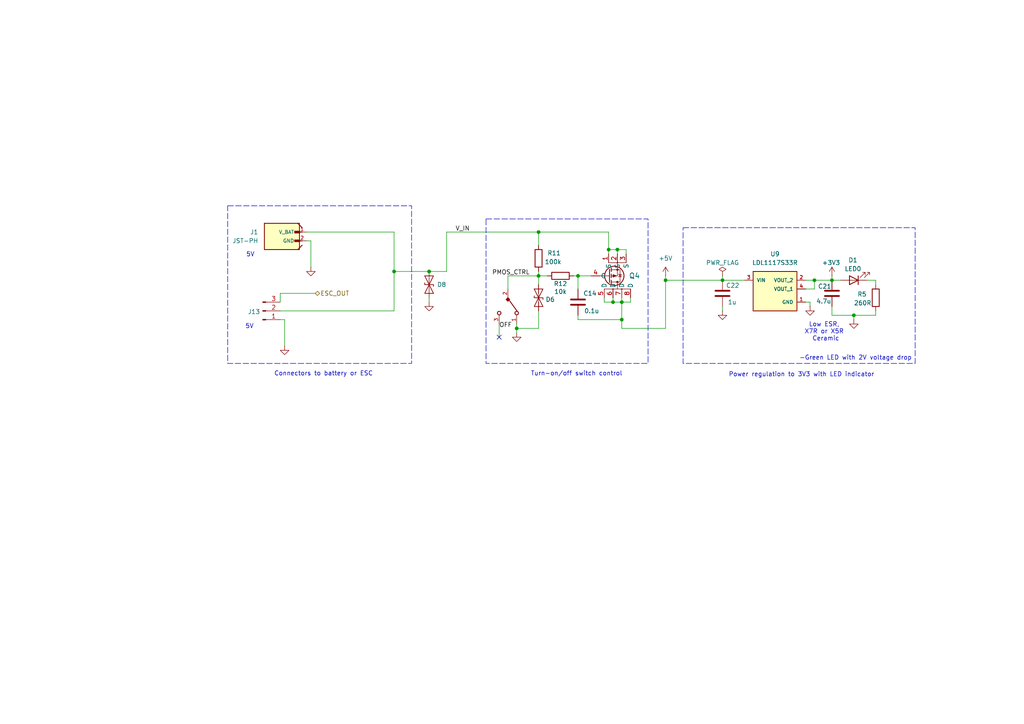
<source format=kicad_sch>
(kicad_sch (version 20250114) (generator "eeschema") (generator_version "9.0")
  (paper "A4")
  (lib_symbols
    (symbol "Connector:Conn_01x03_Pin" (pin_names (offset 1.016) (hide yes))
      (property "Reference" "J" (at 0 5.08 0))
      (property "Value" "Conn_01x03_Pin" (at 0 -5.08 0))
      (symbol "Conn_01x03_Pin_1_1"
        (rectangle (start 0.8636 2.667) (end 0 2.413) (stroke (width 0.1524)) (fill (type outline)))
        (rectangle (start 0.8636 0.127) (end 0 -0.127) (stroke (width 0.1524)) (fill (type outline)))
        (rectangle (start 0.8636 -2.413) (end 0 -2.667) (stroke (width 0.1524)) (fill (type outline)))
        (polyline (pts (xy 1.27 2.54) (xy 0.8636 2.54)) (stroke (width 0.1524)))
        (polyline (pts (xy 1.27 0) (xy 0.8636 0)) (stroke (width 0.1524)))
        (polyline (pts (xy 1.27 -2.54) (xy 0.8636 -2.54)) (stroke (width 0.1524)))
        (pin passive line (at 5.08 2.54 180) (length 3.81) (name "Pin_1") (number "1"))
        (pin passive line (at 5.08 0 180) (length 3.81) (name "Pin_2") (number "2"))
        (pin passive line (at 5.08 -2.54 180) (length 3.81) (name "Pin_3") (number "3"))
      )
    )
    (symbol "DMP3010LPSQ-13_1" (pin_names (offset 0.254))
      (property "Reference" "Q" (at 19.558 24.384 0))
      (property "Value" "DMP3010LPSQ-13" (at 19.558 21.844 0))
      (symbol "DMP3010LPSQ-13_1_0_1"
        (polyline (pts (xy 17.78 7.62) (xy 25.4 7.62)))
        (polyline (pts (xy 19.05 0) (xy 24.13 0)))
        (polyline (pts (xy 19.304 5.715) (xy 19.304 1.905)) (stroke (width 0.254)))
        (polyline (pts (xy 19.304 3.81) (xy 16.51 3.81)))
        (polyline (pts (xy 19.812 6.096) (xy 19.812 5.08)) (stroke (width 0.254)))
        (polyline (pts (xy 19.812 5.588) (xy 22.352 5.588) (xy 22.352 2.032) (xy 19.812 2.032)))
        (polyline (pts (xy 19.812 4.318) (xy 19.812 3.302)) (stroke (width 0.254)))
        (polyline (pts (xy 19.812 2.54) (xy 19.812 1.524)) (stroke (width 0.254)))
        (circle (center 20.701 3.81) (radius 2.794) (stroke (width 0.254)))
        (polyline (pts (xy 21.336 3.81) (xy 20.32 4.191) (xy 20.32 3.429) (xy 21.336 3.81)) (fill (type outline)))
        (polyline (pts (xy 21.59 6.604) (xy 21.59 7.62)))
        (polyline (pts (xy 21.59 6.35) (xy 21.59 5.588)))
        (circle (center 21.59 5.588) (radius 0.254) (fill (type outline)))
        (circle (center 21.59 2.032) (radius 0.254) (fill (type outline)))
        (polyline (pts (xy 21.59 1.27) (xy 21.59 3.81) (xy 19.812 3.81)))
        (polyline (pts (xy 21.59 0) (xy 21.59 1.016)))
        (polyline (pts (xy 21.844 3.302) (xy 21.971 3.429) (xy 22.733 3.429) (xy 22.86 3.556)))
        (polyline (pts (xy 22.352 3.429) (xy 21.971 4.064) (xy 22.733 4.064) (xy 22.352 3.429)))
      )
      (symbol "DMP3010LPSQ-13_1_1_1"
        (circle (center 20.32 7.62) (radius 0.127) (fill (type outline)))
        (circle (center 21.59 0) (radius 0.127) (fill (type outline)))
        (circle (center 22.86 7.62) (radius 0.127) (fill (type outline)))
        (pin input line (at 13.97 3.81 0) (length 2.54) (name "G") (number "4"))
        (pin passive line (at 17.78 10.16 270) (length 2.54) (name "D") (number "5"))
        (pin passive line (at 19.05 -2.54 90) (length 2.54) (name "S") (number "1"))
        (pin passive line (at 20.32 10.16 270) (length 2.54) (name "D") (number "6"))
        (pin passive line (at 21.59 -2.54 90) (length 2.54) (name "S") (number "2"))
        (pin passive line (at 22.86 10.16 270) (length 2.54) (name "D") (number "7"))
        (pin passive line (at 24.13 -2.54 90) (length 2.54) (name "S") (number "3"))
        (pin passive line (at 25.4 10.16 270) (length 2.54) (name "D") (number "8"))
      )
    )
    (symbol "Device:C" (pin_numbers (hide yes)) (pin_names (offset 0.254))
      (property "Reference" "C" (at 0.635 2.54 0))
      (property "Value" "C" (at 0.635 -2.54 0))
      (symbol "C_0_1"
        (polyline (pts (xy -2.032 0.762) (xy 2.032 0.762)) (stroke (width 0.508)))
        (polyline (pts (xy -2.032 -0.762) (xy 2.032 -0.762)) (stroke (width 0.508)))
      )
      (symbol "C_1_1"
        (pin passive line (at 0 3.81 270) (length 2.794) (name "~") (number "1"))
        (pin passive line (at 0 -3.81 90) (length 2.794) (name "~") (number "2"))
      )
    )
    (symbol "Device:LED" (pin_numbers (hide yes)) (pin_names (offset 1.016) (hide yes))
      (property "Reference" "D" (at 0 2.54 0))
      (property "Value" "LED" (at 0 -2.54 0))
      (symbol "LED_0_1"
        (polyline (pts (xy -3.048 -0.762) (xy -4.572 -2.286) (xy -3.81 -2.286) (xy -4.572 -2.286) (xy -4.572 -1.524)))
        (polyline (pts (xy -1.778 -0.762) (xy -3.302 -2.286) (xy -2.54 -2.286) (xy -3.302 -2.286) (xy -3.302 -1.524)))
        (polyline (pts (xy -1.27 0) (xy 1.27 0)))
        (polyline (pts (xy -1.27 -1.27) (xy -1.27 1.27)) (stroke (width 0.254)))
        (polyline (pts (xy 1.27 -1.27) (xy 1.27 1.27) (xy -1.27 0) (xy 1.27 -1.27)) (stroke (width 0.254)))
      )
      (symbol "LED_1_1"
        (pin passive line (at -3.81 0 0) (length 2.54) (name "K") (number "1"))
        (pin passive line (at 3.81 0 180) (length 2.54) (name "A") (number "2"))
      )
    )
    (symbol "Device:R" (pin_numbers (hide yes)) (pin_names (offset 0))
      (property "Reference" "R" (at 2.032 0 90))
      (property "Value" "R" (at 0 0 90))
      (symbol "R_0_1"
        (rectangle (start -1.016 -2.54) (end 1.016 2.54) (stroke (width 0.254)))
      )
      (symbol "R_1_1"
        (pin passive line (at 0 3.81 270) (length 1.27) (name "~") (number "1"))
        (pin passive line (at 0 -3.81 90) (length 1.27) (name "~") (number "2"))
      )
    )
    (symbol "Diode:SMAJ5.0CA" (pin_numbers (hide yes)) (pin_names (offset 1.016) (hide yes))
      (property "Reference" "D" (at 0 2.54 0))
      (property "Value" "SMAJ5.0CA" (at 0 -2.54 0))
      (symbol "SMAJ5.0CA_0_1"
        (polyline (pts (xy -2.54 -1.27) (xy 0 0) (xy -2.54 1.27) (xy -2.54 -1.27)) (stroke (width 0.2032)))
        (polyline (pts (xy 0.508 1.27) (xy 0 1.27) (xy 0 -1.27) (xy -0.508 -1.27)) (stroke (width 0.2032)))
        (polyline (pts (xy 1.27 0) (xy -1.27 0)))
        (polyline (pts (xy 2.54 1.27) (xy 2.54 -1.27) (xy 0 0) (xy 2.54 1.27)) (stroke (width 0.2032)))
      )
      (symbol "SMAJ5.0CA_1_1"
        (pin passive line (at -3.81 0 0) (length 2.54) (name "A1") (number "1"))
        (pin passive line (at 3.81 0 180) (length 2.54) (name "A2") (number "2"))
      )
    )
    (symbol "LDL1117S33R_1" (pin_names (offset 1.016))
      (property "Reference" "U" (at 2.794 5.842 0))
      (property "Value" "LDL1117S33R" (at -3.048 -8.89 0))
      (symbol "LDL1117S33R_1_0_0"
        (rectangle (start -2.54 5.08) (end 10.16 -6.35) (stroke (width 0.254)) (fill (type background)))
        (pin power_in line (at 12.7 -3.81 180) (length 2.54) (name "GND") (number "1"))
      )
      (symbol "LDL1117S33R_1_1_0"
        (pin power_in line (at -5.08 2.54 0) (length 2.54) (name "VIN") (number "3"))
        (pin passive line (at 12.7 2.54 180) (length 2.54) (name "VOUT_2") (number "2"))
        (pin power_out line (at 12.7 0 180) (length 2.54) (name "VOUT_1") (number "4"))
      )
    )
    (symbol "gambos-symbols:JST-PH" (pin_names (offset 1.016))
      (property "Reference" "J" (at -5.58 5.08 0))
      (property "Value" "JST-PH" (at -5.08 -5.08 0))
      (symbol "JST-PH_0_0"
        (polyline (pts (xy -5.08 3.81) (xy -3.81 5.08)) (stroke (width 0.254)))
        (polyline (pts (xy -5.08 2.54) (xy -3.175 2.54)) (stroke (width 0.254)))
        (polyline (pts (xy -5.08 0) (xy -3.175 0)) (stroke (width 0.254)))
        (polyline (pts (xy -5.08 -1.27) (xy -3.81 -2.54)) (stroke (width 0.254)))
        (rectangle (start -4.445 2.2225) (end -2.8575 2.8575) (stroke (width 0.1)) (fill (type outline)))
        (rectangle (start -4.445 -0.3175) (end -2.8575 0.3175) (stroke (width 0.1)) (fill (type outline)))
        (rectangle (start -4.2863 -2.54) (end 5.8738 5.08) (stroke (width 0.254)) (fill (type background)))
        (pin passive line (at -6.35 2.54 0) (length 2.54) (name "V_BAT") (number "1"))
        (pin passive line (at -6.35 0 0) (length 2.54) (name "GND") (number "2"))
      )
    )
    (symbol "gambos-symbols:Slide_switch" (pin_names (offset 1.016))
      (property "Reference" "Slide_SW" (at 0.508 5.334 0))
      (property "Value" "450404015514" (at -12.7 -4.826 0))
      (symbol "Slide_switch_0_0"
        (polyline (pts (xy -2.032 -0.508) (xy -2.54 0) (xy -2.032 0.508) (xy -1.524 0) (xy -2.032 -0.508)) (stroke (width 0.254)) (fill (type outline)))
        (polyline (pts (xy -1.646 0.5) (xy 1.4 2.7)) (stroke (width 0.254)))
        (circle (center 1.905 2.54) (radius 0.508) (stroke (width 0.254)))
        (circle (center 1.905 -2.54) (radius 0.508) (stroke (width 0.254)))
        (pin passive line (at -5.08 0 0) (length 2.54) (name "~") (number "2"))
        (pin passive line (at 5.08 2.54 180) (length 2.54) (name "~") (number "1"))
        (pin passive line (at 5.08 -2.54 180) (length 2.54) (name "~") (number "3"))
      )
    )
    (symbol "power:+3V3" (power) (pin_numbers (hide yes)) (pin_names (offset 0) (hide yes))
      (property "Value" "+3V3" (at 0 3.556 0))
      (symbol "+3V3_0_1"
        (polyline (pts (xy -0.762 1.27) (xy 0 2.54)))
        (polyline (pts (xy 0 2.54) (xy 0.762 1.27)))
        (polyline (pts (xy 0 0) (xy 0 2.54)))
      )
      (symbol "+3V3_1_1"
        (pin power_in line (at 0 0 90) (length 0) (name "~") (number "1"))
      )
    )
    (symbol "power:+5V" (power) (pin_numbers (hide yes)) (pin_names (offset 0) (hide yes))
      (property "Value" "+5V" (at 0 3.556 0))
      (symbol "+5V_0_1"
        (polyline (pts (xy -0.762 1.27) (xy 0 2.54)))
        (polyline (pts (xy 0 2.54) (xy 0.762 1.27)))
        (polyline (pts (xy 0 0) (xy 0 2.54)))
      )
      (symbol "+5V_1_1"
        (pin power_in line (at 0 0 90) (length 0) (name "~") (number "1"))
      )
    )
    (symbol "power:GND" (power) (pin_numbers (hide yes)) (pin_names (offset 0) (hide yes))
      (property "Value" "GND" (at 0 -3.81 0))
      (symbol "GND_0_1"
        (polyline (pts (xy 0 0) (xy 0 -1.27) (xy 1.27 -1.27) (xy 0 -2.54) (xy -1.27 -1.27) (xy 0 -1.27)))
      )
      (symbol "GND_1_1"
        (pin power_in line (at 0 0 270) (length 0) (name "~") (number "1"))
      )
    )
    (symbol "power:PWR_FLAG" (power) (pin_numbers (hide yes)) (pin_names (offset 0) (hide yes))
      (property "Value" "PWR_FLAG" (at 0 3.81 0))
      (symbol "PWR_FLAG_0_0"
        (pin power_out line (at 0 0 90) (length 0) (name "~") (number "1"))
      )
      (symbol "PWR_FLAG_0_1"
        (polyline (pts (xy 0 0) (xy 0 1.27) (xy -1.016 1.905) (xy 0 2.54) (xy 1.016 1.905) (xy 0 1.27)))
      )
    )
  )
  (rectangle (start 198.12 66.04) (end 265.43 105.41) (stroke (width 0) (type dash)))
  (rectangle (start 140.97 63.5) (end 187.96 105.41) (stroke (width 0) (type dash)))
  (rectangle (start 66.04 59.69) (end 119.38 105.41) (stroke (width 0) (type dash)))
  (text "5V" (at 71.374 73.914 0) (effects (font (size 1.27 1.27)) (justify left)))
  (text "Low ESR, \nX7R or X5R \nCeramic\n" (at 239.522 96.266 0) (effects (font (size 1.27 1.27))))
  (text "Connectors to battery or ESC" (at 79.502 108.458 0) (effects (font (size 1.27 1.27)) (justify left)))
  (text "Power regulation to 3V3 with LED indicator" (at 211.328 108.712 0) (effects (font (size 1.27 1.27)) (justify left)))
  (text "5V" (at 71.12 94.742 0) (effects (font (size 1.27 1.27)) (justify left)))
  (text "Turn-on/off switch control" (at 153.924 108.458 0) (effects (font (size 1.27 1.27)) (justify left)))
  (text "-Green LED with 2V voltage drop" (at 248.158 103.886 0) (effects (font (size 1.27 1.27))))
  (junction (at 176.53 72.39))
  (junction (at 156.21 67.31))
  (junction (at 236.22 81.28))
  (junction (at 124.46 78.74))
  (junction (at 209.55 81.28))
  (junction (at 180.34 92.71))
  (junction (at 247.65 91.44))
  (junction (at 149.86 95.25))
  (junction (at 114.3 78.74))
  (junction (at 167.64 80.01))
  (junction (at 177.8 87.63))
  (junction (at 241.3 81.28))
  (junction (at 193.04 81.28))
  (junction (at 179.07 72.39))
  (junction (at 180.34 87.63))
  (junction (at 156.21 80.01))
  (no_connect (at 144.78 97.79))
  (wire (pts (xy 156.21 90.17) (xy 156.21 95.25)))
  (wire (pts (xy 180.34 95.25) (xy 193.04 95.25)))
  (wire (pts (xy 156.21 78.74) (xy 156.21 80.01)))
  (wire (pts (xy 167.64 80.01) (xy 171.45 80.01)))
  (wire (pts (xy 82.55 92.71) (xy 82.55 100.33)))
  (wire (pts (xy 247.65 91.44) (xy 254 91.44)))
  (wire (pts (xy 114.3 78.74) (xy 124.46 78.74)))
  (wire (pts (xy 81.28 90.17) (xy 114.3 90.17)))
  (wire (pts (xy 90.17 69.85) (xy 90.17 77.47)))
  (wire (pts (xy 180.34 87.63) (xy 180.34 92.71)))
  (wire (pts (xy 124.46 86.36) (xy 124.46 87.63)))
  (wire (pts (xy 167.64 91.44) (xy 167.64 92.71)))
  (wire (pts (xy 209.55 88.9) (xy 209.55 90.17)))
  (wire (pts (xy 180.34 92.71) (xy 180.34 95.25)))
  (wire (pts (xy 144.78 93.98) (xy 144.78 97.79)))
  (wire (pts (xy 254 81.28) (xy 254 82.55)))
  (wire (pts (xy 181.61 73.66) (xy 181.61 72.39)))
  (wire (pts (xy 129.54 67.31) (xy 156.21 67.31)))
  (wire (pts (xy 209.55 80.01) (xy 209.55 81.28)))
  (wire (pts (xy 180.34 87.63) (xy 182.88 87.63)))
  (wire (pts (xy 179.07 72.39) (xy 176.53 72.39)))
  (wire (pts (xy 209.55 81.28) (xy 215.9 81.28)))
  (wire (pts (xy 149.86 93.98) (xy 149.86 95.25)))
  (wire (pts (xy 156.21 80.01) (xy 158.75 80.01)))
  (wire (pts (xy 81.28 92.71) (xy 82.55 92.71)))
  (wire (pts (xy 175.26 87.63) (xy 177.8 87.63)))
  (wire (pts (xy 81.28 85.09) (xy 91.44 85.09)))
  (wire (pts (xy 233.68 83.82) (xy 236.22 83.82)))
  (wire (pts (xy 156.21 95.25) (xy 149.86 95.25)))
  (wire (pts (xy 247.65 91.44) (xy 247.65 92.71)))
  (wire (pts (xy 176.53 67.31) (xy 176.53 72.39)))
  (wire (pts (xy 166.37 80.01) (xy 167.64 80.01)))
  (wire (pts (xy 241.3 88.9) (xy 241.3 91.44)))
  (wire (pts (xy 167.64 92.71) (xy 180.34 92.71)))
  (wire (pts (xy 236.22 81.28) (xy 241.3 81.28)))
  (wire (pts (xy 114.3 78.74) (xy 114.3 67.31)))
  (wire (pts (xy 193.04 80.01) (xy 193.04 81.28)))
  (wire (pts (xy 241.3 91.44) (xy 247.65 91.44)))
  (wire (pts (xy 177.8 86.36) (xy 177.8 87.63)))
  (wire (pts (xy 176.53 72.39) (xy 176.53 73.66)))
  (wire (pts (xy 156.21 67.31) (xy 176.53 67.31)))
  (wire (pts (xy 180.34 86.36) (xy 180.34 87.63)))
  (wire (pts (xy 147.32 80.01) (xy 147.32 83.82)))
  (wire (pts (xy 147.32 80.01) (xy 156.21 80.01)))
  (wire (pts (xy 234.95 88.9) (xy 234.95 87.63)))
  (wire (pts (xy 179.07 72.39) (xy 179.07 73.66)))
  (wire (pts (xy 254 91.44) (xy 254 90.17)))
  (wire (pts (xy 241.3 81.28) (xy 243.84 81.28)))
  (wire (pts (xy 236.22 83.82) (xy 236.22 81.28)))
  (wire (pts (xy 233.68 81.28) (xy 236.22 81.28)))
  (wire (pts (xy 149.86 95.25) (xy 149.86 96.52)))
  (wire (pts (xy 241.3 80.01) (xy 241.3 81.28)))
  (wire (pts (xy 182.88 87.63) (xy 182.88 86.36)))
  (wire (pts (xy 193.04 81.28) (xy 209.55 81.28)))
  (wire (pts (xy 177.8 87.63) (xy 180.34 87.63)))
  (wire (pts (xy 156.21 80.01) (xy 156.21 82.55)))
  (wire (pts (xy 234.95 87.63) (xy 233.68 87.63)))
  (wire (pts (xy 114.3 90.17) (xy 114.3 78.74)))
  (wire (pts (xy 175.26 86.36) (xy 175.26 87.63)))
  (wire (pts (xy 251.46 81.28) (xy 254 81.28)))
  (wire (pts (xy 129.54 78.74) (xy 129.54 67.31)))
  (wire (pts (xy 124.46 78.74) (xy 129.54 78.74)))
  (wire (pts (xy 88.9 67.31) (xy 114.3 67.31)))
  (wire (pts (xy 193.04 95.25) (xy 193.04 81.28)))
  (wire (pts (xy 81.28 85.09) (xy 81.28 87.63)))
  (wire (pts (xy 156.21 67.31) (xy 156.21 71.12)))
  (wire (pts (xy 181.61 72.39) (xy 179.07 72.39)))
  (wire (pts (xy 167.64 80.01) (xy 167.64 83.82)))
  (wire (pts (xy 88.9 69.85) (xy 90.17 69.85)))
  (label "OFF" (at 144.78 95.25 0))
  (label "V_IN" (at 132.08 67.31 0))
  (label "PMOS_CTRL" (at 153.67 80.01 180))
  (hierarchical_label "ESC_OUT" (shape bidirectional) (at 91.44 85.09 0))
  (symbol (lib_id "gambos-symbols:Slide_switch") (at 147.32 88.9 270) (unit 1)
    (property "Reference" "Slide_SW1" (effects (hide yes)))
    (property "Value" "450404015514" (effects (hide yes)))
    (property "Footprint" "gambos-pcb:450404015514" (effects (hide yes)))
    (property "Datasheet" "https://www.digikey.com/en/products/detail/w%C3%BCrth-elektronik/450404015514/9950812" (effects (hide yes)))
  )
  (symbol (lib_id "power:GND") (at 247.65 92.71 0) (unit 1)
    (property "Reference" "#PWR044" (effects (hide yes)))
    (property "Value" "GND" (effects (hide yes)))
    (property "Description" "Power symbol creates a global label with name \"GND\" , ground" (effects (hide yes)))
  )
  (symbol (lib_id "Device:C") (at 209.55 85.09 0) (unit 1)
    (property "Reference" "C22" (at 210.566 82.804 0) (effects (justify left)))
    (property "Value" "1u" (at 211.074 87.63 0) (effects (justify left)))
    (property "Footprint" "Capacitor_SMD:C_0603_1608Metric" (effects (hide yes)))
    (property "Description" "Unpolarized capacitor" (effects (hide yes)))
  )
  (symbol (lib_id "Device:R") (at 254 86.36 0) (unit 1)
    (property "Reference" "R5" (at 248.666 85.344 0) (effects (justify left)))
    (property "Value" "260R" (at 247.65 87.884 0) (effects (justify left)))
    (property "Footprint" "Resistor_SMD:R_0603_1608Metric" (effects (hide yes)))
    (property "Description" "Resistor" (effects (hide yes)))
  )
  (symbol (lib_id "power:PWR_FLAG") (at 209.55 80.01 0) (unit 1)
    (property "Reference" "#FLG02" (effects (hide yes)))
    (property "Value" "PWR_FLAG" (at 209.55 76.2 0))
    (property "Description" "Special symbol for telling ERC where power comes from" (effects (hide yes)))
  )
  (symbol (lib_id "Device:C") (at 167.64 87.63 0) (unit 1)
    (property "Reference" "C14" (at 169.164 85.09 0) (effects (justify left)))
    (property "Value" "0.1u" (at 169.418 90.17 0) (effects (justify left)))
    (property "Footprint" "Capacitor_SMD:C_0603_1608Metric" (effects (hide yes)))
    (property "Description" "Unpolarized capacitor" (effects (hide yes)))
  )
  (symbol (lib_id "gambos-symbols:JST-PH") (at 82.55 69.85 0) (mirror y) (unit 1)
    (property "Reference" "J1" (at 74.93 67.3099 0) (effects (justify left)))
    (property "Value" "JST-PH" (at 74.93 69.8499 0) (effects (justify left)))
    (property "Footprint" "gambos-pcb:JST-PH" (effects (hide yes)))
    (property "Datasheet" "https://www.digikey.de/en/products/detail/jst-sales-america-inc/B2B-PH-K-S/926611" (effects (hide yes)))
  )
  (symbol (lib_id "Device:C") (at 241.3 85.09 0) (unit 1)
    (property "Reference" "C21" (at 237.236 83.058 0) (effects (justify left)))
    (property "Value" "4.7u" (at 236.728 87.376 0) (effects (justify left)))
    (property "Footprint" "Capacitor_SMD:C_0603_1608Metric" (effects (hide yes)))
    (property "Description" "Unpolarized capacitor" (effects (hide yes)))
  )
  (symbol (lib_id "power:GND") (at 124.46 87.63 0) (mirror y) (unit 1)
    (property "Reference" "#PWR013" (effects (hide yes)))
    (property "Value" "GND" (effects (hide yes)))
    (property "Description" "Power symbol creates a global label with name \"GND\" , ground" (effects (hide yes)))
  )
  (symbol (lib_id "power:+5V") (at 193.04 80.01 0) (unit 1)
    (property "Reference" "#PWR017" (effects (hide yes)))
    (property "Value" "+5V" (at 193.04 74.93 0))
    (property "Description" "Power symbol creates a global label with name \"+5V\"" (effects (hide yes)))
  )
  (symbol (lib_id "power:GND") (at 82.55 100.33 0) (mirror y) (unit 1)
    (property "Reference" "#PWR061" (effects (hide yes)))
    (property "Value" "GND" (effects (hide yes)))
    (property "Description" "Power symbol creates a global label with name \"GND\" , ground" (effects (hide yes)))
  )
  (symbol (lib_id "power:GND") (at 149.86 96.52 0) (unit 1)
    (property "Reference" "#PWR024" (effects (hide yes)))
    (property "Value" "GND" (effects (hide yes)))
    (property "Description" "Power symbol creates a global label with name \"GND\" , ground" (effects (hide yes)))
  )
  (symbol (lib_id "power:+3V3") (at 241.3 80.01 0) (unit 1)
    (property "Reference" "#PWR039" (effects (hide yes)))
    (property "Value" "+3V3" (at 241.046 76.2 0))
    (property "Description" "Power symbol creates a global label with name \"+3V3\"" (effects (hide yes)))
  )
  (symbol (lib_id "power:GND") (at 209.55 90.17 0) (unit 1)
    (property "Reference" "#PWR037" (effects (hide yes)))
    (property "Value" "GND" (effects (hide yes)))
    (property "Description" "Power symbol creates a global label with name \"GND\" , ground" (effects (hide yes)))
  )
  (symbol (lib_id "Connector:Conn_01x03_Pin") (at 76.2 90.17 0) (mirror x) (unit 1)
    (property "Reference" "J13" (at 73.66 90.424 0))
    (property "Value" "Conn_01x03_Pin" (effects (hide yes)))
    (property "Footprint" "Connector_PinHeader_1.00mm:PinHeader_1x03_P1.00mm_Vertical" (effects (hide yes)))
    (property "Description" "Generic connector, single row, 01x03, script generated" (effects (hide yes)))
  )
  (symbol (lib_name "LDL1117S33R_1") (lib_id "gambos-symbols:LDL1117S33R") (at 220.98 83.82 0) (unit 1)
    (property "Reference" "U9" (at 224.79 73.66 0))
    (property "Value" "LDL1117S33R" (at 224.79 76.2 0))
    (property "Footprint" "gambos-pcb:LDL1117S33R" (effects (hide yes)))
    (property "Datasheet" "https://www.digikey.com/en/products/detail/stmicroelectronics/LDL1117S33R/7102071" (effects (hide yes)))
  )
  (symbol (lib_id "Diode:SMAJ5.0CA") (at 156.21 86.36 90) (unit 1)
    (property "Reference" "D6" (at 158.242 86.868 90) (effects (justify right)))
    (property "Value" "SMAJ5.0CA" (effects (hide yes)))
    (property "Footprint" "Diode_SMD:D_SMA" (effects (hide yes)))
    (property "Datasheet" "https://www.digikey.com/en/products/detail/bourns-inc/SMAJ5-0CA/2254237" (effects (hide yes)))
    (property "Description" "400W bidirectional Transient Voltage Suppressor, 5.0Vr, SMA(DO-214AC)" (effects (hide yes)))
  )
  (symbol (lib_id "Device:R") (at 162.56 80.01 90) (unit 1)
    (property "Reference" "R12" (at 162.56 82.296 90))
    (property "Value" "10k" (at 162.56 84.582 90))
    (property "Footprint" "Resistor_SMD:R_0603_1608Metric" (effects (hide yes)))
    (property "Description" "Resistor" (effects (hide yes)))
  )
  (symbol (lib_id "Diode:SMAJ5.0CA") (at 124.46 82.55 90) (unit 1)
    (property "Reference" "D8" (at 126.746 82.55 90) (effects (justify right)))
    (property "Value" "SMAJ5.0CA" (effects (hide yes)))
    (property "Footprint" "Diode_SMD:D_SMA" (effects (hide yes)))
    (property "Datasheet" "https://www.digikey.com/en/products/detail/bourns-inc/SMAJ5-0CA/2254237" (effects (hide yes)))
    (property "Description" "400W bidirectional Transient Voltage Suppressor, 5.0Vr, SMA(DO-214AC)" (effects (hide yes)))
  )
  (symbol (lib_id "Device:R") (at 156.21 74.93 0) (unit 1)
    (property "Reference" "R11" (at 158.75 73.406 0) (effects (justify left)))
    (property "Value" "100k" (at 157.988 75.946 0) (effects (justify left)))
    (property "Footprint" "Resistor_SMD:R_0603_1608Metric" (effects (hide yes)))
    (property "Description" "Resistor" (effects (hide yes)))
  )
  (symbol (lib_id "power:GND") (at 90.17 77.47 0) (mirror y) (unit 1)
    (property "Reference" "#PWR069" (effects (hide yes)))
    (property "Value" "GND" (effects (hide yes)))
    (property "Description" "Power symbol creates a global label with name \"GND\" , ground" (effects (hide yes)))
  )
  (symbol (lib_name "DMP3010LPSQ-13_1") (lib_id "gambos-symbols:DMP3010LPSQ-13") (at 157.48 76.2 0) (mirror x) (unit 1)
    (property "Reference" "Q4" (at 182.372 80.01 0) (effects (font (size 1.524 1.524)) (justify left)))
    (property "Value" "DMP3010LPSQ-13" (effects (hide yes)))
    (property "Footprint" "gambos-pcb:DMP3010LPSQ-13" (effects (hide yes)))
    (property "Datasheet" "https://www.digikey.de/en/products/detail/diodes-incorporated/dmp3010lpsq-13/7725079" (effects (hide yes)))
  )
  (symbol (lib_id "Device:LED") (at 247.65 81.28 180) (unit 1)
    (property "Reference" "D1" (at 247.396 75.438 0))
    (property "Value" "LED0" (at 247.396 77.978 0))
    (property "Footprint" "LED_SMD:LED_0603_1608Metric" (effects (hide yes)))
    (property "Description" "Light emitting diode" (effects (hide yes)))
    (property "Sim.Pins" "1=K 2=A" (effects (hide yes)))
  )
  (symbol (lib_id "power:GND") (at 234.95 88.9 0) (unit 1)
    (property "Reference" "#PWR041" (effects (hide yes)))
    (property "Value" "GND" (effects (hide yes)))
    (property "Description" "Power symbol creates a global label with name \"GND\" , ground" (effects (hide yes)))
  )
)
</source>
